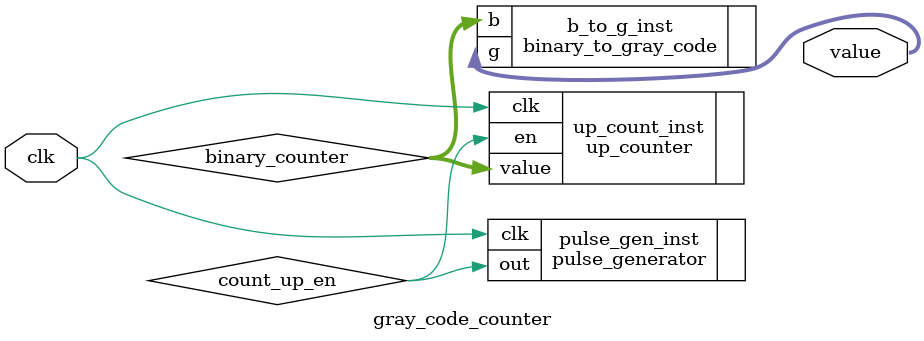
<source format=v>
`timescale 1ns / 1ps

module gray_code_counter
    #(
    parameter CLOCK_MHZ = 16,
    parameter CLOCK_MHZ_BITS = 4, // must be clog2 of above number
    parameter BITS = 8
    )
    (
    input clk,
    output wire [BITS-1:0] value
    );

    // intermodular wires
    wire count_up_en;
    wire [BITS-1:0] binary_counter;

    // 1MHz pulses
    pulse_generator #(.BITS(CLOCK_MHZ_BITS), .RESET_AT(CLOCK_MHZ-1)) pulse_gen_inst (.clk(clk), .out(count_up_en));
    
    // 1MHz binary counter
    up_counter #(.BITS(BITS)) up_count_inst (.clk(clk), .en(count_up_en), .value(binary_counter));
    
    // gray code changing at 1MHz
    binary_to_gray_code #(.BITS(BITS)) b_to_g_inst (.b(binary_counter), .g(value));
endmodule

</source>
